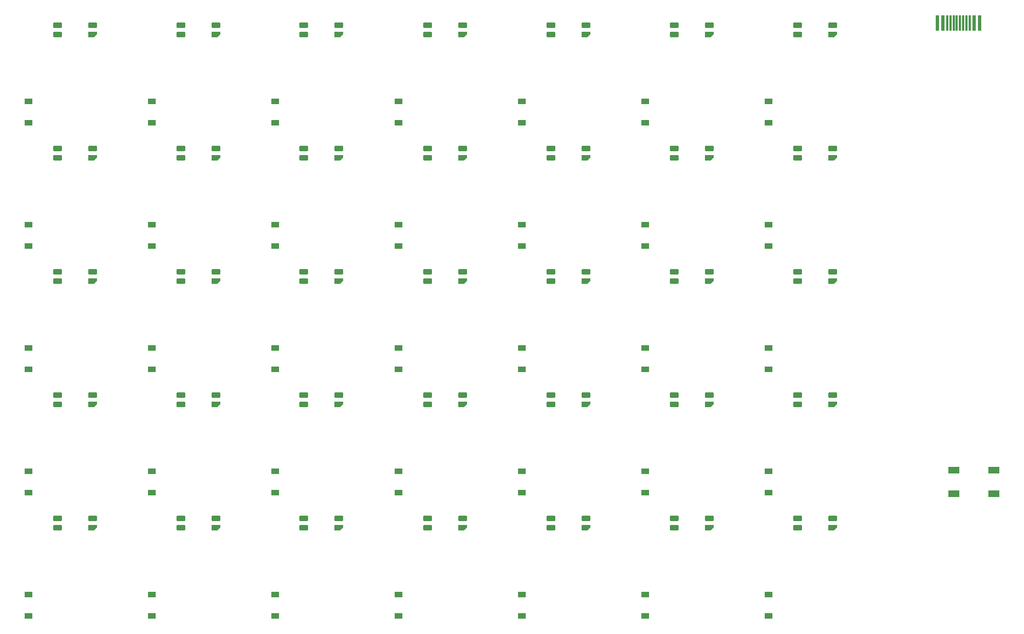
<source format=gbp>
%TF.GenerationSoftware,KiCad,Pcbnew,(6.0.6)*%
%TF.CreationDate,2022-08-07T16:47:01+08:00*%
%TF.ProjectId,5x07,35783037-2e6b-4696-9361-645f70636258,rev?*%
%TF.SameCoordinates,Original*%
%TF.FileFunction,Paste,Bot*%
%TF.FilePolarity,Positive*%
%FSLAX46Y46*%
G04 Gerber Fmt 4.6, Leading zero omitted, Abs format (unit mm)*
G04 Created by KiCad (PCBNEW (6.0.6)) date 2022-08-07 16:47:01*
%MOMM*%
%LPD*%
G01*
G04 APERTURE LIST*
G04 Aperture macros list*
%AMRoundRect*
0 Rectangle with rounded corners*
0 $1 Rounding radius*
0 $2 $3 $4 $5 $6 $7 $8 $9 X,Y pos of 4 corners*
0 Add a 4 corners polygon primitive as box body*
4,1,4,$2,$3,$4,$5,$6,$7,$8,$9,$2,$3,0*
0 Add four circle primitives for the rounded corners*
1,1,$1+$1,$2,$3*
1,1,$1+$1,$4,$5*
1,1,$1+$1,$6,$7*
1,1,$1+$1,$8,$9*
0 Add four rect primitives between the rounded corners*
20,1,$1+$1,$2,$3,$4,$5,0*
20,1,$1+$1,$4,$5,$6,$7,0*
20,1,$1+$1,$6,$7,$8,$9,0*
20,1,$1+$1,$8,$9,$2,$3,0*%
%AMFreePoly0*
4,1,18,-0.410000,0.593000,-0.403758,0.624380,-0.385983,0.650983,-0.359380,0.668758,-0.328000,0.675000,0.000000,0.675000,0.410000,0.265000,0.410000,-0.593000,0.403758,-0.624380,0.385983,-0.650983,0.359380,-0.668758,0.328000,-0.675000,-0.328000,-0.675000,-0.359380,-0.668758,-0.385983,-0.650983,-0.403758,-0.624380,-0.410000,-0.593000,-0.410000,0.593000,-0.410000,0.593000,$1*%
G04 Aperture macros list end*
%ADD10RoundRect,0.082000X-0.593000X0.328000X-0.593000X-0.328000X0.593000X-0.328000X0.593000X0.328000X0*%
%ADD11FreePoly0,270.000000*%
%ADD12R,1.200000X0.900000*%
%ADD13R,0.600000X2.450000*%
%ADD14R,0.300000X2.450000*%
%ADD15R,1.800000X1.100000*%
G04 APERTURE END LIST*
D10*
%TO.C,LED4*%
X121168750Y-38937500D03*
X121168750Y-40437500D03*
X126618750Y-38937500D03*
D11*
X126618750Y-40437500D03*
%TD*%
D12*
%TO.C,D22*%
X135732309Y-92136936D03*
X135732309Y-88836936D03*
%TD*%
D10*
%TO.C,LED19*%
X102062500Y-77037500D03*
X102062500Y-78537500D03*
X107512500Y-77037500D03*
D11*
X107512500Y-78537500D03*
%TD*%
D12*
%TO.C,D16*%
X59532309Y-73086936D03*
X59532309Y-69786936D03*
%TD*%
D10*
%TO.C,LED18*%
X121168750Y-77037500D03*
X121168750Y-78537500D03*
X126618750Y-77037500D03*
D11*
X126618750Y-78537500D03*
%TD*%
D10*
%TO.C,LED34*%
X83068750Y-115137500D03*
X83068750Y-116637500D03*
X88518750Y-115137500D03*
D11*
X88518750Y-116637500D03*
%TD*%
D10*
%TO.C,LED7*%
X64018750Y-38937500D03*
X64018750Y-40437500D03*
X69468750Y-38937500D03*
D11*
X69468750Y-40437500D03*
%TD*%
D12*
%TO.C,D20*%
X173832309Y-92136936D03*
X173832309Y-88836936D03*
%TD*%
%TO.C,D40*%
X173832309Y-130236936D03*
X173832309Y-126936936D03*
%TD*%
%TO.C,D2*%
X135732309Y-54036936D03*
X135732309Y-50736936D03*
%TD*%
D10*
%TO.C,LED20*%
X83068750Y-77037500D03*
X83068750Y-78537500D03*
X88518750Y-77037500D03*
D11*
X88518750Y-78537500D03*
%TD*%
D12*
%TO.C,D13*%
X116682309Y-73086936D03*
X116682309Y-69786936D03*
%TD*%
D13*
%TO.C,USB1*%
X199975000Y-38578750D03*
X200750000Y-38578750D03*
D14*
X201450000Y-38578750D03*
X201950000Y-38578750D03*
X202450000Y-38578750D03*
X202950000Y-38578750D03*
X203450000Y-38578750D03*
X203950000Y-38578750D03*
X204450000Y-38578750D03*
X204950000Y-38578750D03*
D13*
X205650000Y-38578750D03*
X206425000Y-38578750D03*
%TD*%
D12*
%TO.C,D23*%
X116682309Y-92136936D03*
X116682309Y-88836936D03*
%TD*%
%TO.C,D10*%
X173832309Y-73086936D03*
X173832309Y-69786936D03*
%TD*%
%TO.C,D35*%
X78582309Y-111186936D03*
X78582309Y-107886936D03*
%TD*%
D10*
%TO.C,LED11*%
X121168750Y-57987500D03*
X121168750Y-59487500D03*
X126618750Y-57987500D03*
D11*
X126618750Y-59487500D03*
%TD*%
D12*
%TO.C,D31*%
X154782309Y-111186936D03*
X154782309Y-107886936D03*
%TD*%
%TO.C,D3*%
X116682309Y-54036936D03*
X116682309Y-50736936D03*
%TD*%
%TO.C,D15*%
X78582309Y-73086936D03*
X78582309Y-69786936D03*
%TD*%
%TO.C,D34*%
X97632309Y-111186936D03*
X97632309Y-107886936D03*
%TD*%
D10*
%TO.C,LED35*%
X64018750Y-115137500D03*
X64018750Y-116637500D03*
X69468750Y-115137500D03*
D11*
X69468750Y-116637500D03*
%TD*%
D12*
%TO.C,D46*%
X59532309Y-130236936D03*
X59532309Y-126936936D03*
%TD*%
%TO.C,D36*%
X59532309Y-111186936D03*
X59532309Y-107886936D03*
%TD*%
D10*
%TO.C,LED5*%
X102062500Y-38937500D03*
X102062500Y-40437500D03*
X107512500Y-38937500D03*
D11*
X107512500Y-40437500D03*
%TD*%
D10*
%TO.C,LED24*%
X140218750Y-96087500D03*
X140218750Y-97587500D03*
X145668750Y-96087500D03*
D11*
X145668750Y-97587500D03*
%TD*%
D10*
%TO.C,LED13*%
X83068750Y-57987500D03*
X83068750Y-59487500D03*
X88518750Y-57987500D03*
D11*
X88518750Y-59487500D03*
%TD*%
D12*
%TO.C,D6*%
X59532309Y-54036936D03*
X59532309Y-50736936D03*
%TD*%
D10*
%TO.C,LED8*%
X178318750Y-57987500D03*
X178318750Y-59487500D03*
X183768750Y-57987500D03*
D11*
X183768750Y-59487500D03*
%TD*%
D10*
%TO.C,LED25*%
X121168750Y-96087500D03*
X121168750Y-97587500D03*
X126618750Y-96087500D03*
D11*
X126618750Y-97587500D03*
%TD*%
D12*
%TO.C,D1*%
X154782309Y-54036936D03*
X154782309Y-50736936D03*
%TD*%
%TO.C,D43*%
X116682309Y-130236936D03*
X116682309Y-126936936D03*
%TD*%
D10*
%TO.C,LED17*%
X140218750Y-77037500D03*
X140218750Y-78537500D03*
X145668750Y-77037500D03*
D11*
X145668750Y-78537500D03*
%TD*%
D12*
%TO.C,D4*%
X97632309Y-54036936D03*
X97632309Y-50736936D03*
%TD*%
%TO.C,D21*%
X154782309Y-92136936D03*
X154782309Y-88836936D03*
%TD*%
D10*
%TO.C,LED30*%
X159268750Y-115137500D03*
X159268750Y-116637500D03*
X164718750Y-115137500D03*
D11*
X164718750Y-116637500D03*
%TD*%
D12*
%TO.C,D42*%
X135732309Y-130236936D03*
X135732309Y-126936936D03*
%TD*%
D10*
%TO.C,LED27*%
X83068750Y-96087500D03*
X83068750Y-97587500D03*
X88518750Y-96087500D03*
D11*
X88518750Y-97587500D03*
%TD*%
D10*
%TO.C,LED1*%
X178318750Y-38937500D03*
X178318750Y-40437500D03*
X183768750Y-38937500D03*
D11*
X183768750Y-40437500D03*
%TD*%
D12*
%TO.C,D24*%
X97632309Y-92136936D03*
X97632309Y-88836936D03*
%TD*%
%TO.C,D45*%
X78582309Y-130236936D03*
X78582309Y-126936936D03*
%TD*%
%TO.C,D30*%
X173832309Y-111186936D03*
X173832309Y-107886936D03*
%TD*%
%TO.C,D14*%
X97632309Y-73086936D03*
X97632309Y-69786936D03*
%TD*%
D10*
%TO.C,LED14*%
X64018750Y-57987500D03*
X64018750Y-59487500D03*
X69468750Y-57987500D03*
D11*
X69468750Y-59487500D03*
%TD*%
D10*
%TO.C,LED28*%
X64018750Y-96087500D03*
X64018750Y-97587500D03*
X69468750Y-96087500D03*
D11*
X69468750Y-97587500D03*
%TD*%
D10*
%TO.C,LED15*%
X178318750Y-77037500D03*
X178318750Y-78537500D03*
X183768750Y-77037500D03*
D11*
X183768750Y-78537500D03*
%TD*%
D12*
%TO.C,D32*%
X135732309Y-111186936D03*
X135732309Y-107886936D03*
%TD*%
D10*
%TO.C,LED32*%
X121168750Y-115137500D03*
X121168750Y-116637500D03*
X126618750Y-115137500D03*
D11*
X126618750Y-116637500D03*
%TD*%
D12*
%TO.C,D33*%
X116682309Y-111186936D03*
X116682309Y-107886936D03*
%TD*%
D10*
%TO.C,LED21*%
X64018750Y-77037500D03*
X64018750Y-78537500D03*
X69468750Y-77037500D03*
D11*
X69468750Y-78537500D03*
%TD*%
D10*
%TO.C,LED6*%
X83068750Y-38937500D03*
X83068750Y-40437500D03*
X88518750Y-38937500D03*
D11*
X88518750Y-40437500D03*
%TD*%
D12*
%TO.C,D12*%
X135732309Y-73086936D03*
X135732309Y-69786936D03*
%TD*%
D10*
%TO.C,LED23*%
X159268750Y-96087500D03*
X159268750Y-97587500D03*
X164718750Y-96087500D03*
D11*
X164718750Y-97587500D03*
%TD*%
D10*
%TO.C,LED29*%
X178318750Y-115137500D03*
X178318750Y-116637500D03*
X183768750Y-115137500D03*
D11*
X183768750Y-116637500D03*
%TD*%
D12*
%TO.C,D11*%
X154782309Y-73086936D03*
X154782309Y-69786936D03*
%TD*%
D10*
%TO.C,LED16*%
X159268750Y-77037500D03*
X159268750Y-78537500D03*
X164718750Y-77037500D03*
D11*
X164718750Y-78537500D03*
%TD*%
D10*
%TO.C,LED3*%
X140218750Y-38937500D03*
X140218750Y-40437500D03*
X145668750Y-38937500D03*
D11*
X145668750Y-40437500D03*
%TD*%
D12*
%TO.C,D0*%
X173832309Y-54036936D03*
X173832309Y-50736936D03*
%TD*%
D10*
%TO.C,LED22*%
X178318750Y-96087500D03*
X178318750Y-97587500D03*
X183768750Y-96087500D03*
D11*
X183768750Y-97587500D03*
%TD*%
D10*
%TO.C,LED26*%
X102062500Y-96087500D03*
X102062500Y-97587500D03*
X107512500Y-96087500D03*
D11*
X107512500Y-97587500D03*
%TD*%
D12*
%TO.C,D26*%
X59532309Y-92136936D03*
X59532309Y-88836936D03*
%TD*%
D10*
%TO.C,LED33*%
X102062500Y-115137500D03*
X102062500Y-116637500D03*
X107512500Y-115137500D03*
D11*
X107512500Y-116637500D03*
%TD*%
D10*
%TO.C,LED12*%
X102062500Y-57987500D03*
X102062500Y-59487500D03*
X107512500Y-57987500D03*
D11*
X107512500Y-59487500D03*
%TD*%
D10*
%TO.C,LED10*%
X140218750Y-57987500D03*
X140218750Y-59487500D03*
X145668750Y-57987500D03*
D11*
X145668750Y-59487500D03*
%TD*%
D10*
%TO.C,LED31*%
X140218750Y-115137500D03*
X140218750Y-116637500D03*
X145668750Y-115137500D03*
D11*
X145668750Y-116637500D03*
%TD*%
D12*
%TO.C,D25*%
X78582309Y-92136936D03*
X78582309Y-88836936D03*
%TD*%
D10*
%TO.C,LED2*%
X159268750Y-38937500D03*
X159268750Y-40437500D03*
X164718750Y-38937500D03*
D11*
X164718750Y-40437500D03*
%TD*%
D12*
%TO.C,D5*%
X78582309Y-54036936D03*
X78582309Y-50736936D03*
%TD*%
%TO.C,D41*%
X154782309Y-130236936D03*
X154782309Y-126936936D03*
%TD*%
D10*
%TO.C,LED9*%
X159268750Y-57987500D03*
X159268750Y-59487500D03*
X164718750Y-57987500D03*
D11*
X164718750Y-59487500D03*
%TD*%
D12*
%TO.C,D44*%
X97632309Y-130236936D03*
X97632309Y-126936936D03*
%TD*%
D15*
%TO.C,SW1*%
X202481250Y-111387500D03*
X208681250Y-111387500D03*
X208681250Y-107687500D03*
X202481250Y-107687500D03*
%TD*%
M02*

</source>
